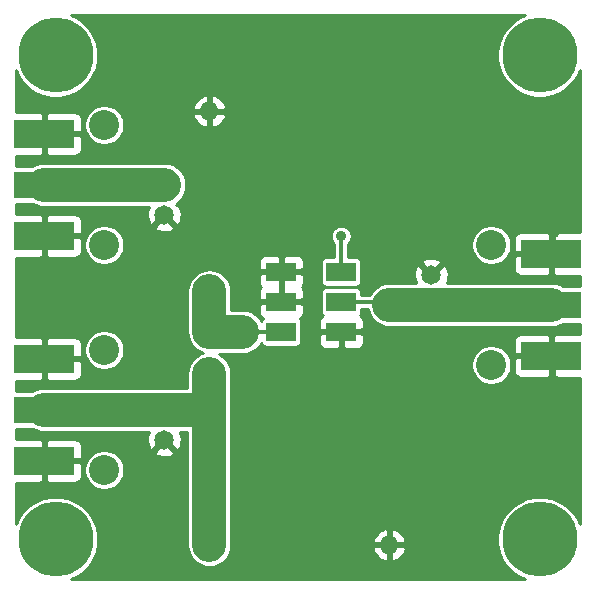
<source format=gtl>
G04 #@! TF.GenerationSoftware,KiCad,Pcbnew,(5.1.5)-3*
G04 #@! TF.CreationDate,2021-08-15T08:32:46-04:00*
G04 #@! TF.ProjectId,ADE1-MIXER,41444531-2d4d-4495-9845-522e6b696361,rev?*
G04 #@! TF.SameCoordinates,Original*
G04 #@! TF.FileFunction,Copper,L1,Top*
G04 #@! TF.FilePolarity,Positive*
%FSLAX46Y46*%
G04 Gerber Fmt 4.6, Leading zero omitted, Abs format (unit mm)*
G04 Created by KiCad (PCBNEW (5.1.5)-3) date 2021-08-15 08:32:46*
%MOMM*%
%LPD*%
G04 APERTURE LIST*
%ADD10O,1.600000X1.600000*%
%ADD11C,1.600000*%
%ADD12R,5.080000X2.413000*%
%ADD13R,5.080000X2.286000*%
%ADD14C,1.574800*%
%ADD15C,1.651000*%
%ADD16C,2.540000*%
%ADD17R,2.540000X1.650000*%
%ADD18C,6.350000*%
%ADD19C,0.889000*%
%ADD20C,1.600200*%
%ADD21C,0.304800*%
%ADD22C,2.870200*%
%ADD23C,0.254000*%
G04 APERTURE END LIST*
D10*
X17018000Y-8760000D03*
D11*
X17018000Y-24000000D03*
D12*
X3048000Y-38354000D03*
X3048000Y-29718000D03*
D13*
X3048000Y-34036000D03*
X3048000Y-14986000D03*
D12*
X3048000Y-10668000D03*
X3048000Y-19304000D03*
D13*
X45974000Y-25146000D03*
D12*
X45974000Y-20828000D03*
X45974000Y-29464000D03*
D14*
X13208000Y-34036000D03*
D15*
X13208000Y-36576000D03*
D16*
X8128000Y-39116000D03*
X8128000Y-28956000D03*
X8128000Y-9906000D03*
X8128000Y-20066000D03*
D15*
X13208000Y-17526000D03*
D14*
X13208000Y-14986000D03*
X35814000Y-25146000D03*
D15*
X35814000Y-22606000D03*
D16*
X40894000Y-20066000D03*
X40894000Y-30226000D03*
D17*
X28194000Y-27432000D03*
X28194000Y-24892000D03*
X28194000Y-22352000D03*
X23114000Y-22352000D03*
X23114000Y-24892000D03*
X23114000Y-27432000D03*
D11*
X17018000Y-45466000D03*
D10*
X32258000Y-45466000D03*
D11*
X17018000Y-27432000D03*
D10*
X17018000Y-42672000D03*
D18*
X4000000Y-4000000D03*
X45000000Y-4000000D03*
X4000000Y-45000000D03*
X45000000Y-45000000D03*
D19*
X20574000Y-24892000D03*
X20574000Y-22352000D03*
X30226000Y-27432000D03*
X3048000Y-27432000D03*
X3048000Y-40386000D03*
X3048000Y-8636000D03*
X3048000Y-21336000D03*
X25146000Y-22352000D03*
X25146000Y-24892000D03*
X26000000Y-27432000D03*
X46228000Y-19050000D03*
X46228000Y-31496000D03*
X28194000Y-19304000D03*
D20*
X17018000Y-30988000D03*
D21*
X23114000Y-24892000D02*
X20574000Y-24892000D01*
X23114000Y-22352000D02*
X20574000Y-22352000D01*
X3048000Y-29718000D02*
X3048000Y-27432000D01*
X3048000Y-38354000D02*
X3048000Y-40386000D01*
X3048000Y-10668000D02*
X3048000Y-8636000D01*
X3048000Y-19304000D02*
X3048000Y-21336000D01*
X23114000Y-22352000D02*
X25146000Y-22352000D01*
X23114000Y-24892000D02*
X25146000Y-24892000D01*
X28194000Y-27432000D02*
X26416000Y-27432000D01*
X46228000Y-21082000D02*
X46228000Y-19050000D01*
X46228000Y-29718000D02*
X46228000Y-31496000D01*
X28194000Y-27432000D02*
X30226000Y-27432000D01*
D22*
X3048000Y-14986000D02*
X13208000Y-14986000D01*
D21*
X28194000Y-21222200D02*
X28194000Y-19304000D01*
X28194000Y-22352000D02*
X28194000Y-21222200D01*
D22*
X3048000Y-34036000D02*
X13208000Y-34036000D01*
X13208000Y-34036000D02*
X16256000Y-34036000D01*
X16256000Y-34036000D02*
X17018000Y-34798000D01*
X17018000Y-42672000D02*
X17018000Y-45466000D01*
X17018000Y-34798000D02*
X17018000Y-42672000D01*
X17018000Y-34798000D02*
X17018000Y-30988000D01*
X35814000Y-25146000D02*
X32258000Y-25146000D01*
D21*
X32004000Y-24892000D02*
X32258000Y-25146000D01*
X28194000Y-24892000D02*
X32004000Y-24892000D01*
D22*
X35814000Y-25146000D02*
X45974000Y-25146000D01*
X17018000Y-27432000D02*
X19812000Y-27432000D01*
D21*
X21539200Y-27432000D02*
X19812000Y-27432000D01*
X23114000Y-27432000D02*
X21539200Y-27432000D01*
D22*
X17018000Y-24000000D02*
X17018000Y-27432000D01*
D23*
G36*
X43291539Y-803695D02*
G01*
X42700799Y-1198415D01*
X42198415Y-1700799D01*
X41803695Y-2291539D01*
X41531807Y-2947935D01*
X41393200Y-3644761D01*
X41393200Y-4355239D01*
X41531807Y-5052065D01*
X41803695Y-5708461D01*
X42198415Y-6299201D01*
X42700799Y-6801585D01*
X43291539Y-7196305D01*
X43947935Y-7468193D01*
X44644761Y-7606800D01*
X45355239Y-7606800D01*
X46052065Y-7468193D01*
X46708461Y-7196305D01*
X47299201Y-6801585D01*
X47801585Y-6299201D01*
X48196305Y-5708461D01*
X48377700Y-5270535D01*
X48377700Y-18983614D01*
X46259750Y-18986500D01*
X46101000Y-19145250D01*
X46101000Y-20701000D01*
X46121000Y-20701000D01*
X46121000Y-20955000D01*
X46101000Y-20955000D01*
X46101000Y-22510750D01*
X46259750Y-22669500D01*
X48377700Y-22672386D01*
X48377700Y-23569111D01*
X46984206Y-23569111D01*
X46691888Y-23412864D01*
X46339976Y-23306113D01*
X46065712Y-23279100D01*
X37111164Y-23279100D01*
X37194931Y-23102772D01*
X37265313Y-22823820D01*
X37279921Y-22536498D01*
X37238194Y-22251846D01*
X37160847Y-22034500D01*
X42795928Y-22034500D01*
X42808188Y-22158982D01*
X42844498Y-22278680D01*
X42903463Y-22388994D01*
X42982815Y-22485685D01*
X43079506Y-22565037D01*
X43189820Y-22624002D01*
X43309518Y-22660312D01*
X43434000Y-22672572D01*
X45688250Y-22669500D01*
X45847000Y-22510750D01*
X45847000Y-20955000D01*
X42957750Y-20955000D01*
X42799000Y-21113750D01*
X42795928Y-22034500D01*
X37160847Y-22034500D01*
X37141737Y-21980804D01*
X37071481Y-21849367D01*
X36824909Y-21774696D01*
X35993605Y-22606000D01*
X36007748Y-22620143D01*
X35828143Y-22799748D01*
X35814000Y-22785605D01*
X35799858Y-22799748D01*
X35620253Y-22620143D01*
X35634395Y-22606000D01*
X34803091Y-21774696D01*
X34556519Y-21849367D01*
X34433069Y-22109228D01*
X34362687Y-22388180D01*
X34348079Y-22675502D01*
X34389806Y-22960154D01*
X34486263Y-23231196D01*
X34511869Y-23279100D01*
X32166288Y-23279100D01*
X31892024Y-23306113D01*
X31540112Y-23412864D01*
X31215787Y-23586219D01*
X30931515Y-23819515D01*
X30698219Y-24103787D01*
X30589172Y-24307800D01*
X29897889Y-24307800D01*
X29897889Y-24067000D01*
X29889552Y-23982352D01*
X29864861Y-23900958D01*
X29824766Y-23825944D01*
X29770806Y-23760194D01*
X29705056Y-23706234D01*
X29630042Y-23666139D01*
X29548648Y-23641448D01*
X29464000Y-23633111D01*
X26924000Y-23633111D01*
X26839352Y-23641448D01*
X26757958Y-23666139D01*
X26682944Y-23706234D01*
X26617194Y-23760194D01*
X26563234Y-23825944D01*
X26523139Y-23900958D01*
X26498448Y-23982352D01*
X26490111Y-24067000D01*
X26490111Y-25717000D01*
X26498448Y-25801648D01*
X26523139Y-25883042D01*
X26563234Y-25958056D01*
X26617194Y-26023806D01*
X26637240Y-26040258D01*
X26569506Y-26076463D01*
X26472815Y-26155815D01*
X26393463Y-26252506D01*
X26334498Y-26362820D01*
X26298188Y-26482518D01*
X26285928Y-26607000D01*
X26289000Y-27146250D01*
X26447750Y-27305000D01*
X28067000Y-27305000D01*
X28067000Y-27285000D01*
X28321000Y-27285000D01*
X28321000Y-27305000D01*
X29940250Y-27305000D01*
X30099000Y-27146250D01*
X30102072Y-26607000D01*
X30089812Y-26482518D01*
X30053502Y-26362820D01*
X29994537Y-26252506D01*
X29915185Y-26155815D01*
X29818494Y-26076463D01*
X29750760Y-26040258D01*
X29770806Y-26023806D01*
X29824766Y-25958056D01*
X29864861Y-25883042D01*
X29889552Y-25801648D01*
X29897889Y-25717000D01*
X29897889Y-25476200D01*
X30414589Y-25476200D01*
X30418113Y-25511976D01*
X30524864Y-25863888D01*
X30698219Y-26188213D01*
X30931515Y-26472485D01*
X31215787Y-26705781D01*
X31540112Y-26879136D01*
X31892024Y-26985887D01*
X32166288Y-27012900D01*
X46065712Y-27012900D01*
X46339976Y-26985887D01*
X46691888Y-26879136D01*
X46984206Y-26722889D01*
X48377701Y-26722889D01*
X48377701Y-27619614D01*
X46259750Y-27622500D01*
X46101000Y-27781250D01*
X46101000Y-29337000D01*
X46121000Y-29337000D01*
X46121000Y-29591000D01*
X46101000Y-29591000D01*
X46101000Y-31146750D01*
X46259750Y-31305500D01*
X48377701Y-31308386D01*
X48377701Y-43729468D01*
X48196305Y-43291539D01*
X47801585Y-42700799D01*
X47299201Y-42198415D01*
X46708461Y-41803695D01*
X46052065Y-41531807D01*
X45355239Y-41393200D01*
X44644761Y-41393200D01*
X43947935Y-41531807D01*
X43291539Y-41803695D01*
X42700799Y-42198415D01*
X42198415Y-42700799D01*
X41803695Y-43291539D01*
X41531807Y-43947935D01*
X41393200Y-44644761D01*
X41393200Y-45355239D01*
X41531807Y-46052065D01*
X41803695Y-46708461D01*
X42198415Y-47299201D01*
X42700799Y-47801585D01*
X43291539Y-48196305D01*
X43729465Y-48377700D01*
X5270535Y-48377700D01*
X5708461Y-48196305D01*
X6299201Y-47801585D01*
X6801585Y-47299201D01*
X7196305Y-46708461D01*
X7468193Y-46052065D01*
X7606800Y-45355239D01*
X7606800Y-44644761D01*
X7468193Y-43947935D01*
X7196305Y-43291539D01*
X6801585Y-42700799D01*
X6299201Y-42198415D01*
X5708461Y-41803695D01*
X5052065Y-41531807D01*
X4355239Y-41393200D01*
X3644761Y-41393200D01*
X2947935Y-41531807D01*
X2291539Y-41803695D01*
X1700799Y-42198415D01*
X1198415Y-42700799D01*
X803695Y-43291539D01*
X622300Y-43729465D01*
X622300Y-40198416D01*
X2762250Y-40195500D01*
X2921000Y-40036750D01*
X2921000Y-38481000D01*
X3175000Y-38481000D01*
X3175000Y-40036750D01*
X3333750Y-40195500D01*
X5588000Y-40198572D01*
X5712482Y-40186312D01*
X5832180Y-40150002D01*
X5942494Y-40091037D01*
X6039185Y-40011685D01*
X6118537Y-39914994D01*
X6177502Y-39804680D01*
X6213812Y-39684982D01*
X6226072Y-39560500D01*
X6224030Y-38948387D01*
X6426200Y-38948387D01*
X6426200Y-39283613D01*
X6491599Y-39612397D01*
X6619885Y-39922104D01*
X6806126Y-40200834D01*
X7043166Y-40437874D01*
X7321896Y-40624115D01*
X7631603Y-40752401D01*
X7960387Y-40817800D01*
X8295613Y-40817800D01*
X8624397Y-40752401D01*
X8934104Y-40624115D01*
X9212834Y-40437874D01*
X9449874Y-40200834D01*
X9636115Y-39922104D01*
X9764401Y-39612397D01*
X9829800Y-39283613D01*
X9829800Y-38948387D01*
X9764401Y-38619603D01*
X9636115Y-38309896D01*
X9449874Y-38031166D01*
X9212834Y-37794126D01*
X8934104Y-37607885D01*
X8883464Y-37586909D01*
X12376696Y-37586909D01*
X12451367Y-37833481D01*
X12711228Y-37956931D01*
X12990180Y-38027313D01*
X13277502Y-38041921D01*
X13562154Y-38000194D01*
X13833196Y-37903737D01*
X13964633Y-37833481D01*
X14039304Y-37586909D01*
X13208000Y-36755605D01*
X12376696Y-37586909D01*
X8883464Y-37586909D01*
X8624397Y-37479599D01*
X8295613Y-37414200D01*
X7960387Y-37414200D01*
X7631603Y-37479599D01*
X7321896Y-37607885D01*
X7043166Y-37794126D01*
X6806126Y-38031166D01*
X6619885Y-38309896D01*
X6491599Y-38619603D01*
X6426200Y-38948387D01*
X6224030Y-38948387D01*
X6223000Y-38639750D01*
X6064250Y-38481000D01*
X3175000Y-38481000D01*
X2921000Y-38481000D01*
X2901000Y-38481000D01*
X2901000Y-38227000D01*
X2921000Y-38227000D01*
X2921000Y-36671250D01*
X3175000Y-36671250D01*
X3175000Y-38227000D01*
X6064250Y-38227000D01*
X6223000Y-38068250D01*
X6226072Y-37147500D01*
X6213812Y-37023018D01*
X6177502Y-36903320D01*
X6118537Y-36793006D01*
X6039185Y-36696315D01*
X5942494Y-36616963D01*
X5832180Y-36557998D01*
X5712482Y-36521688D01*
X5588000Y-36509428D01*
X3333750Y-36512500D01*
X3175000Y-36671250D01*
X2921000Y-36671250D01*
X2762250Y-36512500D01*
X622300Y-36509584D01*
X622300Y-35612889D01*
X2037794Y-35612889D01*
X2330112Y-35769136D01*
X2682024Y-35875887D01*
X2956288Y-35902900D01*
X11910836Y-35902900D01*
X11827069Y-36079228D01*
X11756687Y-36358180D01*
X11742079Y-36645502D01*
X11783806Y-36930154D01*
X11880263Y-37201196D01*
X11950519Y-37332633D01*
X12197091Y-37407304D01*
X13028395Y-36576000D01*
X13014253Y-36561858D01*
X13193858Y-36382253D01*
X13208000Y-36396395D01*
X13222143Y-36382253D01*
X13401748Y-36561858D01*
X13387605Y-36576000D01*
X14218909Y-37407304D01*
X14465481Y-37332633D01*
X14588931Y-37072772D01*
X14659313Y-36793820D01*
X14673921Y-36506498D01*
X14632194Y-36221846D01*
X14535737Y-35950804D01*
X14510131Y-35902900D01*
X15151100Y-35902900D01*
X15151101Y-42580279D01*
X15151100Y-42580289D01*
X15151101Y-45557712D01*
X15178114Y-45831976D01*
X15284865Y-46183888D01*
X15458220Y-46508213D01*
X15691516Y-46792485D01*
X15975788Y-47025781D01*
X16300113Y-47199136D01*
X16652025Y-47305887D01*
X17018000Y-47341933D01*
X17383976Y-47305887D01*
X17735888Y-47199136D01*
X18060213Y-47025781D01*
X18344485Y-46792485D01*
X18577781Y-46508213D01*
X18751136Y-46183888D01*
X18857887Y-45831976D01*
X18859555Y-45815039D01*
X30866096Y-45815039D01*
X30906754Y-45949087D01*
X31026963Y-46203420D01*
X31194481Y-46429414D01*
X31402869Y-46618385D01*
X31644119Y-46763070D01*
X31908960Y-46857909D01*
X32131000Y-46736624D01*
X32131000Y-45593000D01*
X32385000Y-45593000D01*
X32385000Y-46736624D01*
X32607040Y-46857909D01*
X32871881Y-46763070D01*
X33113131Y-46618385D01*
X33321519Y-46429414D01*
X33489037Y-46203420D01*
X33609246Y-45949087D01*
X33649904Y-45815039D01*
X33527915Y-45593000D01*
X32385000Y-45593000D01*
X32131000Y-45593000D01*
X30988085Y-45593000D01*
X30866096Y-45815039D01*
X18859555Y-45815039D01*
X18884900Y-45557712D01*
X18884900Y-45116961D01*
X30866096Y-45116961D01*
X30988085Y-45339000D01*
X32131000Y-45339000D01*
X32131000Y-44195376D01*
X32385000Y-44195376D01*
X32385000Y-45339000D01*
X33527915Y-45339000D01*
X33649904Y-45116961D01*
X33609246Y-44982913D01*
X33489037Y-44728580D01*
X33321519Y-44502586D01*
X33113131Y-44313615D01*
X32871881Y-44168930D01*
X32607040Y-44074091D01*
X32385000Y-44195376D01*
X32131000Y-44195376D01*
X31908960Y-44074091D01*
X31644119Y-44168930D01*
X31402869Y-44313615D01*
X31194481Y-44502586D01*
X31026963Y-44728580D01*
X30906754Y-44982913D01*
X30866096Y-45116961D01*
X18884900Y-45116961D01*
X18884900Y-34889711D01*
X18893933Y-34798000D01*
X18884900Y-34706288D01*
X18884900Y-30896288D01*
X18857887Y-30622024D01*
X18751136Y-30270112D01*
X18637967Y-30058387D01*
X39192200Y-30058387D01*
X39192200Y-30393613D01*
X39257599Y-30722397D01*
X39385885Y-31032104D01*
X39572126Y-31310834D01*
X39809166Y-31547874D01*
X40087896Y-31734115D01*
X40397603Y-31862401D01*
X40726387Y-31927800D01*
X41061613Y-31927800D01*
X41390397Y-31862401D01*
X41700104Y-31734115D01*
X41978834Y-31547874D01*
X42215874Y-31310834D01*
X42402115Y-31032104D01*
X42530401Y-30722397D01*
X42540723Y-30670500D01*
X42795928Y-30670500D01*
X42808188Y-30794982D01*
X42844498Y-30914680D01*
X42903463Y-31024994D01*
X42982815Y-31121685D01*
X43079506Y-31201037D01*
X43189820Y-31260002D01*
X43309518Y-31296312D01*
X43434000Y-31308572D01*
X45688250Y-31305500D01*
X45847000Y-31146750D01*
X45847000Y-29591000D01*
X42957750Y-29591000D01*
X42799000Y-29749750D01*
X42795928Y-30670500D01*
X42540723Y-30670500D01*
X42595800Y-30393613D01*
X42595800Y-30058387D01*
X42530401Y-29729603D01*
X42402115Y-29419896D01*
X42215874Y-29141166D01*
X41978834Y-28904126D01*
X41700104Y-28717885D01*
X41390397Y-28589599D01*
X41061613Y-28524200D01*
X40726387Y-28524200D01*
X40397603Y-28589599D01*
X40087896Y-28717885D01*
X39809166Y-28904126D01*
X39572126Y-29141166D01*
X39385885Y-29419896D01*
X39257599Y-29729603D01*
X39192200Y-30058387D01*
X18637967Y-30058387D01*
X18577781Y-29945787D01*
X18344485Y-29661515D01*
X18060213Y-29428219D01*
X17818274Y-29298900D01*
X19903712Y-29298900D01*
X20177976Y-29271887D01*
X20529888Y-29165136D01*
X20854213Y-28991781D01*
X21138485Y-28758485D01*
X21371781Y-28474213D01*
X21427206Y-28370520D01*
X21443139Y-28423042D01*
X21483234Y-28498056D01*
X21537194Y-28563806D01*
X21602944Y-28617766D01*
X21677958Y-28657861D01*
X21759352Y-28682552D01*
X21844000Y-28690889D01*
X24384000Y-28690889D01*
X24468648Y-28682552D01*
X24550042Y-28657861D01*
X24625056Y-28617766D01*
X24690806Y-28563806D01*
X24744766Y-28498056D01*
X24784861Y-28423042D01*
X24809552Y-28341648D01*
X24817889Y-28257000D01*
X26285928Y-28257000D01*
X26298188Y-28381482D01*
X26334498Y-28501180D01*
X26393463Y-28611494D01*
X26472815Y-28708185D01*
X26569506Y-28787537D01*
X26679820Y-28846502D01*
X26799518Y-28882812D01*
X26924000Y-28895072D01*
X27908250Y-28892000D01*
X28067000Y-28733250D01*
X28067000Y-27559000D01*
X28321000Y-27559000D01*
X28321000Y-28733250D01*
X28479750Y-28892000D01*
X29464000Y-28895072D01*
X29588482Y-28882812D01*
X29708180Y-28846502D01*
X29818494Y-28787537D01*
X29915185Y-28708185D01*
X29994537Y-28611494D01*
X30053502Y-28501180D01*
X30089812Y-28381482D01*
X30102022Y-28257500D01*
X42795928Y-28257500D01*
X42799000Y-29178250D01*
X42957750Y-29337000D01*
X45847000Y-29337000D01*
X45847000Y-27781250D01*
X45688250Y-27622500D01*
X43434000Y-27619428D01*
X43309518Y-27631688D01*
X43189820Y-27667998D01*
X43079506Y-27726963D01*
X42982815Y-27806315D01*
X42903463Y-27903006D01*
X42844498Y-28013320D01*
X42808188Y-28133018D01*
X42795928Y-28257500D01*
X30102022Y-28257500D01*
X30102072Y-28257000D01*
X30099000Y-27717750D01*
X29940250Y-27559000D01*
X28321000Y-27559000D01*
X28067000Y-27559000D01*
X26447750Y-27559000D01*
X26289000Y-27717750D01*
X26285928Y-28257000D01*
X24817889Y-28257000D01*
X24817889Y-26607000D01*
X24809552Y-26522352D01*
X24784861Y-26440958D01*
X24744766Y-26365944D01*
X24690806Y-26300194D01*
X24670760Y-26283742D01*
X24738494Y-26247537D01*
X24835185Y-26168185D01*
X24914537Y-26071494D01*
X24973502Y-25961180D01*
X25009812Y-25841482D01*
X25022072Y-25717000D01*
X25019000Y-25177750D01*
X24860250Y-25019000D01*
X23241000Y-25019000D01*
X23241000Y-25039000D01*
X22987000Y-25039000D01*
X22987000Y-25019000D01*
X21367750Y-25019000D01*
X21209000Y-25177750D01*
X21205928Y-25717000D01*
X21218188Y-25841482D01*
X21254498Y-25961180D01*
X21313463Y-26071494D01*
X21392815Y-26168185D01*
X21489506Y-26247537D01*
X21557240Y-26283742D01*
X21537194Y-26300194D01*
X21483234Y-26365944D01*
X21443139Y-26440958D01*
X21427206Y-26493480D01*
X21371781Y-26389787D01*
X21138485Y-26105515D01*
X20854213Y-25872219D01*
X20529888Y-25698864D01*
X20177976Y-25592113D01*
X19903712Y-25565100D01*
X18884900Y-25565100D01*
X18884900Y-23908288D01*
X18857887Y-23634024D01*
X18751136Y-23282112D01*
X18694953Y-23177000D01*
X21205928Y-23177000D01*
X21218188Y-23301482D01*
X21254498Y-23421180D01*
X21313463Y-23531494D01*
X21387739Y-23622000D01*
X21313463Y-23712506D01*
X21254498Y-23822820D01*
X21218188Y-23942518D01*
X21205928Y-24067000D01*
X21209000Y-24606250D01*
X21367750Y-24765000D01*
X22987000Y-24765000D01*
X22987000Y-22479000D01*
X23241000Y-22479000D01*
X23241000Y-24765000D01*
X24860250Y-24765000D01*
X25019000Y-24606250D01*
X25022072Y-24067000D01*
X25009812Y-23942518D01*
X24973502Y-23822820D01*
X24914537Y-23712506D01*
X24840261Y-23622000D01*
X24914537Y-23531494D01*
X24973502Y-23421180D01*
X25009812Y-23301482D01*
X25022072Y-23177000D01*
X25019000Y-22637750D01*
X24860250Y-22479000D01*
X23241000Y-22479000D01*
X22987000Y-22479000D01*
X21367750Y-22479000D01*
X21209000Y-22637750D01*
X21205928Y-23177000D01*
X18694953Y-23177000D01*
X18577781Y-22957787D01*
X18344485Y-22673515D01*
X18060212Y-22440219D01*
X17735887Y-22266864D01*
X17383975Y-22160113D01*
X17018000Y-22124067D01*
X16652024Y-22160113D01*
X16300112Y-22266864D01*
X15975787Y-22440219D01*
X15691515Y-22673515D01*
X15458219Y-22957788D01*
X15284864Y-23282113D01*
X15178113Y-23634025D01*
X15151100Y-23908289D01*
X15151101Y-27340278D01*
X15142067Y-27432000D01*
X15178113Y-27797976D01*
X15284864Y-28149888D01*
X15458219Y-28474213D01*
X15691515Y-28758485D01*
X15975787Y-28991781D01*
X16300112Y-29165136D01*
X16448010Y-29210000D01*
X16300113Y-29254864D01*
X15975788Y-29428219D01*
X15691516Y-29661515D01*
X15458220Y-29945787D01*
X15284865Y-30270112D01*
X15178114Y-30622024D01*
X15151101Y-30896288D01*
X15151101Y-32169100D01*
X2956288Y-32169100D01*
X2682024Y-32196113D01*
X2330112Y-32302864D01*
X2037794Y-32459111D01*
X622300Y-32459111D01*
X622300Y-31562416D01*
X2762250Y-31559500D01*
X2921000Y-31400750D01*
X2921000Y-29845000D01*
X3175000Y-29845000D01*
X3175000Y-31400750D01*
X3333750Y-31559500D01*
X5588000Y-31562572D01*
X5712482Y-31550312D01*
X5832180Y-31514002D01*
X5942494Y-31455037D01*
X6039185Y-31375685D01*
X6118537Y-31278994D01*
X6177502Y-31168680D01*
X6213812Y-31048982D01*
X6226072Y-30924500D01*
X6223000Y-30003750D01*
X6064250Y-29845000D01*
X3175000Y-29845000D01*
X2921000Y-29845000D01*
X2901000Y-29845000D01*
X2901000Y-29591000D01*
X2921000Y-29591000D01*
X2921000Y-28035250D01*
X3175000Y-28035250D01*
X3175000Y-29591000D01*
X6064250Y-29591000D01*
X6223000Y-29432250D01*
X6225148Y-28788387D01*
X6426200Y-28788387D01*
X6426200Y-29123613D01*
X6491599Y-29452397D01*
X6619885Y-29762104D01*
X6806126Y-30040834D01*
X7043166Y-30277874D01*
X7321896Y-30464115D01*
X7631603Y-30592401D01*
X7960387Y-30657800D01*
X8295613Y-30657800D01*
X8624397Y-30592401D01*
X8934104Y-30464115D01*
X9212834Y-30277874D01*
X9449874Y-30040834D01*
X9636115Y-29762104D01*
X9764401Y-29452397D01*
X9829800Y-29123613D01*
X9829800Y-28788387D01*
X9764401Y-28459603D01*
X9636115Y-28149896D01*
X9449874Y-27871166D01*
X9212834Y-27634126D01*
X8934104Y-27447885D01*
X8624397Y-27319599D01*
X8295613Y-27254200D01*
X7960387Y-27254200D01*
X7631603Y-27319599D01*
X7321896Y-27447885D01*
X7043166Y-27634126D01*
X6806126Y-27871166D01*
X6619885Y-28149896D01*
X6491599Y-28459603D01*
X6426200Y-28788387D01*
X6225148Y-28788387D01*
X6226072Y-28511500D01*
X6213812Y-28387018D01*
X6177502Y-28267320D01*
X6118537Y-28157006D01*
X6039185Y-28060315D01*
X5942494Y-27980963D01*
X5832180Y-27921998D01*
X5712482Y-27885688D01*
X5588000Y-27873428D01*
X3333750Y-27876500D01*
X3175000Y-28035250D01*
X2921000Y-28035250D01*
X2762250Y-27876500D01*
X622300Y-27873584D01*
X622300Y-21148416D01*
X2762250Y-21145500D01*
X2921000Y-20986750D01*
X2921000Y-19431000D01*
X3175000Y-19431000D01*
X3175000Y-20986750D01*
X3333750Y-21145500D01*
X5588000Y-21148572D01*
X5712482Y-21136312D01*
X5832180Y-21100002D01*
X5942494Y-21041037D01*
X6039185Y-20961685D01*
X6118537Y-20864994D01*
X6177502Y-20754680D01*
X6213812Y-20634982D01*
X6226072Y-20510500D01*
X6224030Y-19898387D01*
X6426200Y-19898387D01*
X6426200Y-20233613D01*
X6491599Y-20562397D01*
X6619885Y-20872104D01*
X6806126Y-21150834D01*
X7043166Y-21387874D01*
X7321896Y-21574115D01*
X7631603Y-21702401D01*
X7960387Y-21767800D01*
X8295613Y-21767800D01*
X8624397Y-21702401D01*
X8934104Y-21574115D01*
X9004616Y-21527000D01*
X21205928Y-21527000D01*
X21209000Y-22066250D01*
X21367750Y-22225000D01*
X22987000Y-22225000D01*
X22987000Y-21050750D01*
X23241000Y-21050750D01*
X23241000Y-22225000D01*
X24860250Y-22225000D01*
X25019000Y-22066250D01*
X25022072Y-21527000D01*
X26490111Y-21527000D01*
X26490111Y-23177000D01*
X26498448Y-23261648D01*
X26523139Y-23343042D01*
X26563234Y-23418056D01*
X26617194Y-23483806D01*
X26682944Y-23537766D01*
X26757958Y-23577861D01*
X26839352Y-23602552D01*
X26924000Y-23610889D01*
X29464000Y-23610889D01*
X29548648Y-23602552D01*
X29630042Y-23577861D01*
X29705056Y-23537766D01*
X29770806Y-23483806D01*
X29824766Y-23418056D01*
X29864861Y-23343042D01*
X29889552Y-23261648D01*
X29897889Y-23177000D01*
X29897889Y-21595091D01*
X34982696Y-21595091D01*
X35814000Y-22426395D01*
X36645304Y-21595091D01*
X36570633Y-21348519D01*
X36310772Y-21225069D01*
X36031820Y-21154687D01*
X35744498Y-21140079D01*
X35459846Y-21181806D01*
X35188804Y-21278263D01*
X35057367Y-21348519D01*
X34982696Y-21595091D01*
X29897889Y-21595091D01*
X29897889Y-21527000D01*
X29889552Y-21442352D01*
X29864861Y-21360958D01*
X29824766Y-21285944D01*
X29770806Y-21220194D01*
X29705056Y-21166234D01*
X29630042Y-21126139D01*
X29548648Y-21101448D01*
X29464000Y-21093111D01*
X28778200Y-21093111D01*
X28778200Y-19959076D01*
X28838889Y-19898387D01*
X39192200Y-19898387D01*
X39192200Y-20233613D01*
X39257599Y-20562397D01*
X39385885Y-20872104D01*
X39572126Y-21150834D01*
X39809166Y-21387874D01*
X40087896Y-21574115D01*
X40397603Y-21702401D01*
X40726387Y-21767800D01*
X41061613Y-21767800D01*
X41390397Y-21702401D01*
X41700104Y-21574115D01*
X41978834Y-21387874D01*
X42215874Y-21150834D01*
X42402115Y-20872104D01*
X42530401Y-20562397D01*
X42595800Y-20233613D01*
X42595800Y-19898387D01*
X42540724Y-19621500D01*
X42795928Y-19621500D01*
X42799000Y-20542250D01*
X42957750Y-20701000D01*
X45847000Y-20701000D01*
X45847000Y-19145250D01*
X45688250Y-18986500D01*
X43434000Y-18983428D01*
X43309518Y-18995688D01*
X43189820Y-19031998D01*
X43079506Y-19090963D01*
X42982815Y-19170315D01*
X42903463Y-19267006D01*
X42844498Y-19377320D01*
X42808188Y-19497018D01*
X42795928Y-19621500D01*
X42540724Y-19621500D01*
X42530401Y-19569603D01*
X42402115Y-19259896D01*
X42215874Y-18981166D01*
X41978834Y-18744126D01*
X41700104Y-18557885D01*
X41390397Y-18429599D01*
X41061613Y-18364200D01*
X40726387Y-18364200D01*
X40397603Y-18429599D01*
X40087896Y-18557885D01*
X39809166Y-18744126D01*
X39572126Y-18981166D01*
X39385885Y-19259896D01*
X39257599Y-19569603D01*
X39192200Y-19898387D01*
X28838889Y-19898387D01*
X28874667Y-19862609D01*
X28970567Y-19719084D01*
X29036624Y-19559607D01*
X29070300Y-19390308D01*
X29070300Y-19217692D01*
X29036624Y-19048393D01*
X28970567Y-18888916D01*
X28874667Y-18745391D01*
X28752609Y-18623333D01*
X28609084Y-18527433D01*
X28449607Y-18461376D01*
X28280308Y-18427700D01*
X28107692Y-18427700D01*
X27938393Y-18461376D01*
X27778916Y-18527433D01*
X27635391Y-18623333D01*
X27513333Y-18745391D01*
X27417433Y-18888916D01*
X27351376Y-19048393D01*
X27317700Y-19217692D01*
X27317700Y-19390308D01*
X27351376Y-19559607D01*
X27417433Y-19719084D01*
X27513333Y-19862609D01*
X27609801Y-19959077D01*
X27609800Y-21093111D01*
X26924000Y-21093111D01*
X26839352Y-21101448D01*
X26757958Y-21126139D01*
X26682944Y-21166234D01*
X26617194Y-21220194D01*
X26563234Y-21285944D01*
X26523139Y-21360958D01*
X26498448Y-21442352D01*
X26490111Y-21527000D01*
X25022072Y-21527000D01*
X25009812Y-21402518D01*
X24973502Y-21282820D01*
X24914537Y-21172506D01*
X24835185Y-21075815D01*
X24738494Y-20996463D01*
X24628180Y-20937498D01*
X24508482Y-20901188D01*
X24384000Y-20888928D01*
X23399750Y-20892000D01*
X23241000Y-21050750D01*
X22987000Y-21050750D01*
X22828250Y-20892000D01*
X21844000Y-20888928D01*
X21719518Y-20901188D01*
X21599820Y-20937498D01*
X21489506Y-20996463D01*
X21392815Y-21075815D01*
X21313463Y-21172506D01*
X21254498Y-21282820D01*
X21218188Y-21402518D01*
X21205928Y-21527000D01*
X9004616Y-21527000D01*
X9212834Y-21387874D01*
X9449874Y-21150834D01*
X9636115Y-20872104D01*
X9764401Y-20562397D01*
X9829800Y-20233613D01*
X9829800Y-19898387D01*
X9764401Y-19569603D01*
X9636115Y-19259896D01*
X9449874Y-18981166D01*
X9212834Y-18744126D01*
X8934104Y-18557885D01*
X8883464Y-18536909D01*
X12376696Y-18536909D01*
X12451367Y-18783481D01*
X12711228Y-18906931D01*
X12990180Y-18977313D01*
X13277502Y-18991921D01*
X13562154Y-18950194D01*
X13833196Y-18853737D01*
X13964633Y-18783481D01*
X14039304Y-18536909D01*
X13208000Y-17705605D01*
X12376696Y-18536909D01*
X8883464Y-18536909D01*
X8624397Y-18429599D01*
X8295613Y-18364200D01*
X7960387Y-18364200D01*
X7631603Y-18429599D01*
X7321896Y-18557885D01*
X7043166Y-18744126D01*
X6806126Y-18981166D01*
X6619885Y-19259896D01*
X6491599Y-19569603D01*
X6426200Y-19898387D01*
X6224030Y-19898387D01*
X6223000Y-19589750D01*
X6064250Y-19431000D01*
X3175000Y-19431000D01*
X2921000Y-19431000D01*
X2901000Y-19431000D01*
X2901000Y-19177000D01*
X2921000Y-19177000D01*
X2921000Y-17621250D01*
X3175000Y-17621250D01*
X3175000Y-19177000D01*
X6064250Y-19177000D01*
X6223000Y-19018250D01*
X6226072Y-18097500D01*
X6213812Y-17973018D01*
X6177502Y-17853320D01*
X6118537Y-17743006D01*
X6039185Y-17646315D01*
X5942494Y-17566963D01*
X5832180Y-17507998D01*
X5712482Y-17471688D01*
X5588000Y-17459428D01*
X3333750Y-17462500D01*
X3175000Y-17621250D01*
X2921000Y-17621250D01*
X2762250Y-17462500D01*
X622300Y-17459584D01*
X622300Y-16562889D01*
X2037794Y-16562889D01*
X2330112Y-16719136D01*
X2682024Y-16825887D01*
X2956288Y-16852900D01*
X11910836Y-16852900D01*
X11827069Y-17029228D01*
X11756687Y-17308180D01*
X11742079Y-17595502D01*
X11783806Y-17880154D01*
X11880263Y-18151196D01*
X11950519Y-18282633D01*
X12197091Y-18357304D01*
X13028395Y-17526000D01*
X13014253Y-17511858D01*
X13193858Y-17332253D01*
X13208000Y-17346395D01*
X13222143Y-17332253D01*
X13401748Y-17511858D01*
X13387605Y-17526000D01*
X14218909Y-18357304D01*
X14465481Y-18282633D01*
X14588931Y-18022772D01*
X14659313Y-17743820D01*
X14673921Y-17456498D01*
X14632194Y-17171846D01*
X14535737Y-16900804D01*
X14465481Y-16769367D01*
X14218911Y-16694697D01*
X14335096Y-16578512D01*
X14278857Y-16522273D01*
X14534485Y-16312485D01*
X14767781Y-16028213D01*
X14941136Y-15703888D01*
X15047887Y-15351976D01*
X15083933Y-14986000D01*
X15047887Y-14620024D01*
X14941136Y-14268112D01*
X14767781Y-13943787D01*
X14534485Y-13659515D01*
X14250213Y-13426219D01*
X13925888Y-13252864D01*
X13573976Y-13146113D01*
X13299712Y-13119100D01*
X2956288Y-13119100D01*
X2682024Y-13146113D01*
X2330112Y-13252864D01*
X2037794Y-13409111D01*
X622300Y-13409111D01*
X622300Y-12512416D01*
X2762250Y-12509500D01*
X2921000Y-12350750D01*
X2921000Y-10795000D01*
X3175000Y-10795000D01*
X3175000Y-12350750D01*
X3333750Y-12509500D01*
X5588000Y-12512572D01*
X5712482Y-12500312D01*
X5832180Y-12464002D01*
X5942494Y-12405037D01*
X6039185Y-12325685D01*
X6118537Y-12228994D01*
X6177502Y-12118680D01*
X6213812Y-11998982D01*
X6226072Y-11874500D01*
X6223000Y-10953750D01*
X6064250Y-10795000D01*
X3175000Y-10795000D01*
X2921000Y-10795000D01*
X2901000Y-10795000D01*
X2901000Y-10541000D01*
X2921000Y-10541000D01*
X2921000Y-8985250D01*
X3175000Y-8985250D01*
X3175000Y-10541000D01*
X6064250Y-10541000D01*
X6223000Y-10382250D01*
X6225148Y-9738387D01*
X6426200Y-9738387D01*
X6426200Y-10073613D01*
X6491599Y-10402397D01*
X6619885Y-10712104D01*
X6806126Y-10990834D01*
X7043166Y-11227874D01*
X7321896Y-11414115D01*
X7631603Y-11542401D01*
X7960387Y-11607800D01*
X8295613Y-11607800D01*
X8624397Y-11542401D01*
X8934104Y-11414115D01*
X9212834Y-11227874D01*
X9449874Y-10990834D01*
X9636115Y-10712104D01*
X9764401Y-10402397D01*
X9829800Y-10073613D01*
X9829800Y-9738387D01*
X9764401Y-9409603D01*
X9639903Y-9109040D01*
X15626091Y-9109040D01*
X15720930Y-9373881D01*
X15865615Y-9615131D01*
X16054586Y-9823519D01*
X16280580Y-9991037D01*
X16534913Y-10111246D01*
X16668961Y-10151904D01*
X16891000Y-10029915D01*
X16891000Y-8887000D01*
X17145000Y-8887000D01*
X17145000Y-10029915D01*
X17367039Y-10151904D01*
X17501087Y-10111246D01*
X17755420Y-9991037D01*
X17981414Y-9823519D01*
X18170385Y-9615131D01*
X18315070Y-9373881D01*
X18409909Y-9109040D01*
X18288624Y-8887000D01*
X17145000Y-8887000D01*
X16891000Y-8887000D01*
X15747376Y-8887000D01*
X15626091Y-9109040D01*
X9639903Y-9109040D01*
X9636115Y-9099896D01*
X9449874Y-8821166D01*
X9212834Y-8584126D01*
X8953673Y-8410960D01*
X15626091Y-8410960D01*
X15747376Y-8633000D01*
X16891000Y-8633000D01*
X16891000Y-7490085D01*
X17145000Y-7490085D01*
X17145000Y-8633000D01*
X18288624Y-8633000D01*
X18409909Y-8410960D01*
X18315070Y-8146119D01*
X18170385Y-7904869D01*
X17981414Y-7696481D01*
X17755420Y-7528963D01*
X17501087Y-7408754D01*
X17367039Y-7368096D01*
X17145000Y-7490085D01*
X16891000Y-7490085D01*
X16668961Y-7368096D01*
X16534913Y-7408754D01*
X16280580Y-7528963D01*
X16054586Y-7696481D01*
X15865615Y-7904869D01*
X15720930Y-8146119D01*
X15626091Y-8410960D01*
X8953673Y-8410960D01*
X8934104Y-8397885D01*
X8624397Y-8269599D01*
X8295613Y-8204200D01*
X7960387Y-8204200D01*
X7631603Y-8269599D01*
X7321896Y-8397885D01*
X7043166Y-8584126D01*
X6806126Y-8821166D01*
X6619885Y-9099896D01*
X6491599Y-9409603D01*
X6426200Y-9738387D01*
X6225148Y-9738387D01*
X6226072Y-9461500D01*
X6213812Y-9337018D01*
X6177502Y-9217320D01*
X6118537Y-9107006D01*
X6039185Y-9010315D01*
X5942494Y-8930963D01*
X5832180Y-8871998D01*
X5712482Y-8835688D01*
X5588000Y-8823428D01*
X3333750Y-8826500D01*
X3175000Y-8985250D01*
X2921000Y-8985250D01*
X2762250Y-8826500D01*
X622300Y-8823584D01*
X622300Y-5270535D01*
X803695Y-5708461D01*
X1198415Y-6299201D01*
X1700799Y-6801585D01*
X2291539Y-7196305D01*
X2947935Y-7468193D01*
X3644761Y-7606800D01*
X4355239Y-7606800D01*
X5052065Y-7468193D01*
X5708461Y-7196305D01*
X6299201Y-6801585D01*
X6801585Y-6299201D01*
X7196305Y-5708461D01*
X7468193Y-5052065D01*
X7606800Y-4355239D01*
X7606800Y-3644761D01*
X7468193Y-2947935D01*
X7196305Y-2291539D01*
X6801585Y-1700799D01*
X6299201Y-1198415D01*
X5708461Y-803695D01*
X5270535Y-622300D01*
X43729465Y-622300D01*
X43291539Y-803695D01*
G37*
X43291539Y-803695D02*
X42700799Y-1198415D01*
X42198415Y-1700799D01*
X41803695Y-2291539D01*
X41531807Y-2947935D01*
X41393200Y-3644761D01*
X41393200Y-4355239D01*
X41531807Y-5052065D01*
X41803695Y-5708461D01*
X42198415Y-6299201D01*
X42700799Y-6801585D01*
X43291539Y-7196305D01*
X43947935Y-7468193D01*
X44644761Y-7606800D01*
X45355239Y-7606800D01*
X46052065Y-7468193D01*
X46708461Y-7196305D01*
X47299201Y-6801585D01*
X47801585Y-6299201D01*
X48196305Y-5708461D01*
X48377700Y-5270535D01*
X48377700Y-18983614D01*
X46259750Y-18986500D01*
X46101000Y-19145250D01*
X46101000Y-20701000D01*
X46121000Y-20701000D01*
X46121000Y-20955000D01*
X46101000Y-20955000D01*
X46101000Y-22510750D01*
X46259750Y-22669500D01*
X48377700Y-22672386D01*
X48377700Y-23569111D01*
X46984206Y-23569111D01*
X46691888Y-23412864D01*
X46339976Y-23306113D01*
X46065712Y-23279100D01*
X37111164Y-23279100D01*
X37194931Y-23102772D01*
X37265313Y-22823820D01*
X37279921Y-22536498D01*
X37238194Y-22251846D01*
X37160847Y-22034500D01*
X42795928Y-22034500D01*
X42808188Y-22158982D01*
X42844498Y-22278680D01*
X42903463Y-22388994D01*
X42982815Y-22485685D01*
X43079506Y-22565037D01*
X43189820Y-22624002D01*
X43309518Y-22660312D01*
X43434000Y-22672572D01*
X45688250Y-22669500D01*
X45847000Y-22510750D01*
X45847000Y-20955000D01*
X42957750Y-20955000D01*
X42799000Y-21113750D01*
X42795928Y-22034500D01*
X37160847Y-22034500D01*
X37141737Y-21980804D01*
X37071481Y-21849367D01*
X36824909Y-21774696D01*
X35993605Y-22606000D01*
X36007748Y-22620143D01*
X35828143Y-22799748D01*
X35814000Y-22785605D01*
X35799858Y-22799748D01*
X35620253Y-22620143D01*
X35634395Y-22606000D01*
X34803091Y-21774696D01*
X34556519Y-21849367D01*
X34433069Y-22109228D01*
X34362687Y-22388180D01*
X34348079Y-22675502D01*
X34389806Y-22960154D01*
X34486263Y-23231196D01*
X34511869Y-23279100D01*
X32166288Y-23279100D01*
X31892024Y-23306113D01*
X31540112Y-23412864D01*
X31215787Y-23586219D01*
X30931515Y-23819515D01*
X30698219Y-24103787D01*
X30589172Y-24307800D01*
X29897889Y-24307800D01*
X29897889Y-24067000D01*
X29889552Y-23982352D01*
X29864861Y-23900958D01*
X29824766Y-23825944D01*
X29770806Y-23760194D01*
X29705056Y-23706234D01*
X29630042Y-23666139D01*
X29548648Y-23641448D01*
X29464000Y-23633111D01*
X26924000Y-23633111D01*
X26839352Y-23641448D01*
X26757958Y-23666139D01*
X26682944Y-23706234D01*
X26617194Y-23760194D01*
X26563234Y-23825944D01*
X26523139Y-23900958D01*
X26498448Y-23982352D01*
X26490111Y-24067000D01*
X26490111Y-25717000D01*
X26498448Y-25801648D01*
X26523139Y-25883042D01*
X26563234Y-25958056D01*
X26617194Y-26023806D01*
X26637240Y-26040258D01*
X26569506Y-26076463D01*
X26472815Y-26155815D01*
X26393463Y-26252506D01*
X26334498Y-26362820D01*
X26298188Y-26482518D01*
X26285928Y-26607000D01*
X26289000Y-27146250D01*
X26447750Y-27305000D01*
X28067000Y-27305000D01*
X28067000Y-27285000D01*
X28321000Y-27285000D01*
X28321000Y-27305000D01*
X29940250Y-27305000D01*
X30099000Y-27146250D01*
X30102072Y-26607000D01*
X30089812Y-26482518D01*
X30053502Y-26362820D01*
X29994537Y-26252506D01*
X29915185Y-26155815D01*
X29818494Y-26076463D01*
X29750760Y-26040258D01*
X29770806Y-26023806D01*
X29824766Y-25958056D01*
X29864861Y-25883042D01*
X29889552Y-25801648D01*
X29897889Y-25717000D01*
X29897889Y-25476200D01*
X30414589Y-25476200D01*
X30418113Y-25511976D01*
X30524864Y-25863888D01*
X30698219Y-26188213D01*
X30931515Y-26472485D01*
X31215787Y-26705781D01*
X31540112Y-26879136D01*
X31892024Y-26985887D01*
X32166288Y-27012900D01*
X46065712Y-27012900D01*
X46339976Y-26985887D01*
X46691888Y-26879136D01*
X46984206Y-26722889D01*
X48377701Y-26722889D01*
X48377701Y-27619614D01*
X46259750Y-27622500D01*
X46101000Y-27781250D01*
X46101000Y-29337000D01*
X46121000Y-29337000D01*
X46121000Y-29591000D01*
X46101000Y-29591000D01*
X46101000Y-31146750D01*
X46259750Y-31305500D01*
X48377701Y-31308386D01*
X48377701Y-43729468D01*
X48196305Y-43291539D01*
X47801585Y-42700799D01*
X47299201Y-42198415D01*
X46708461Y-41803695D01*
X46052065Y-41531807D01*
X45355239Y-41393200D01*
X44644761Y-41393200D01*
X43947935Y-41531807D01*
X43291539Y-41803695D01*
X42700799Y-42198415D01*
X42198415Y-42700799D01*
X41803695Y-43291539D01*
X41531807Y-43947935D01*
X41393200Y-44644761D01*
X41393200Y-45355239D01*
X41531807Y-46052065D01*
X41803695Y-46708461D01*
X42198415Y-47299201D01*
X42700799Y-47801585D01*
X43291539Y-48196305D01*
X43729465Y-48377700D01*
X5270535Y-48377700D01*
X5708461Y-48196305D01*
X6299201Y-47801585D01*
X6801585Y-47299201D01*
X7196305Y-46708461D01*
X7468193Y-46052065D01*
X7606800Y-45355239D01*
X7606800Y-44644761D01*
X7468193Y-43947935D01*
X7196305Y-43291539D01*
X6801585Y-42700799D01*
X6299201Y-42198415D01*
X5708461Y-41803695D01*
X5052065Y-41531807D01*
X4355239Y-41393200D01*
X3644761Y-41393200D01*
X2947935Y-41531807D01*
X2291539Y-41803695D01*
X1700799Y-42198415D01*
X1198415Y-42700799D01*
X803695Y-43291539D01*
X622300Y-43729465D01*
X622300Y-40198416D01*
X2762250Y-40195500D01*
X2921000Y-40036750D01*
X2921000Y-38481000D01*
X3175000Y-38481000D01*
X3175000Y-40036750D01*
X3333750Y-40195500D01*
X5588000Y-40198572D01*
X5712482Y-40186312D01*
X5832180Y-40150002D01*
X5942494Y-40091037D01*
X6039185Y-40011685D01*
X6118537Y-39914994D01*
X6177502Y-39804680D01*
X6213812Y-39684982D01*
X6226072Y-39560500D01*
X6224030Y-38948387D01*
X6426200Y-38948387D01*
X6426200Y-39283613D01*
X6491599Y-39612397D01*
X6619885Y-39922104D01*
X6806126Y-40200834D01*
X7043166Y-40437874D01*
X7321896Y-40624115D01*
X7631603Y-40752401D01*
X7960387Y-40817800D01*
X8295613Y-40817800D01*
X8624397Y-40752401D01*
X8934104Y-40624115D01*
X9212834Y-40437874D01*
X9449874Y-40200834D01*
X9636115Y-39922104D01*
X9764401Y-39612397D01*
X9829800Y-39283613D01*
X9829800Y-38948387D01*
X9764401Y-38619603D01*
X9636115Y-38309896D01*
X9449874Y-38031166D01*
X9212834Y-37794126D01*
X8934104Y-37607885D01*
X8883464Y-37586909D01*
X12376696Y-37586909D01*
X12451367Y-37833481D01*
X12711228Y-37956931D01*
X12990180Y-38027313D01*
X13277502Y-38041921D01*
X13562154Y-38000194D01*
X13833196Y-37903737D01*
X13964633Y-37833481D01*
X14039304Y-37586909D01*
X13208000Y-36755605D01*
X12376696Y-37586909D01*
X8883464Y-37586909D01*
X8624397Y-37479599D01*
X8295613Y-37414200D01*
X7960387Y-37414200D01*
X7631603Y-37479599D01*
X7321896Y-37607885D01*
X7043166Y-37794126D01*
X6806126Y-38031166D01*
X6619885Y-38309896D01*
X6491599Y-38619603D01*
X6426200Y-38948387D01*
X6224030Y-38948387D01*
X6223000Y-38639750D01*
X6064250Y-38481000D01*
X3175000Y-38481000D01*
X2921000Y-38481000D01*
X2901000Y-38481000D01*
X2901000Y-38227000D01*
X2921000Y-38227000D01*
X2921000Y-36671250D01*
X3175000Y-36671250D01*
X3175000Y-38227000D01*
X6064250Y-38227000D01*
X6223000Y-38068250D01*
X6226072Y-37147500D01*
X6213812Y-37023018D01*
X6177502Y-36903320D01*
X6118537Y-36793006D01*
X6039185Y-36696315D01*
X5942494Y-36616963D01*
X5832180Y-36557998D01*
X5712482Y-36521688D01*
X5588000Y-36509428D01*
X3333750Y-36512500D01*
X3175000Y-36671250D01*
X2921000Y-36671250D01*
X2762250Y-36512500D01*
X622300Y-36509584D01*
X622300Y-35612889D01*
X2037794Y-35612889D01*
X2330112Y-35769136D01*
X2682024Y-35875887D01*
X2956288Y-35902900D01*
X11910836Y-35902900D01*
X11827069Y-36079228D01*
X11756687Y-36358180D01*
X11742079Y-36645502D01*
X11783806Y-36930154D01*
X11880263Y-37201196D01*
X11950519Y-37332633D01*
X12197091Y-37407304D01*
X13028395Y-36576000D01*
X13014253Y-36561858D01*
X13193858Y-36382253D01*
X13208000Y-36396395D01*
X13222143Y-36382253D01*
X13401748Y-36561858D01*
X13387605Y-36576000D01*
X14218909Y-37407304D01*
X14465481Y-37332633D01*
X14588931Y-37072772D01*
X14659313Y-36793820D01*
X14673921Y-36506498D01*
X14632194Y-36221846D01*
X14535737Y-35950804D01*
X14510131Y-35902900D01*
X15151100Y-35902900D01*
X15151101Y-42580279D01*
X15151100Y-42580289D01*
X15151101Y-45557712D01*
X15178114Y-45831976D01*
X15284865Y-46183888D01*
X15458220Y-46508213D01*
X15691516Y-46792485D01*
X15975788Y-47025781D01*
X16300113Y-47199136D01*
X16652025Y-47305887D01*
X17018000Y-47341933D01*
X17383976Y-47305887D01*
X17735888Y-47199136D01*
X18060213Y-47025781D01*
X18344485Y-46792485D01*
X18577781Y-46508213D01*
X18751136Y-46183888D01*
X18857887Y-45831976D01*
X18859555Y-45815039D01*
X30866096Y-45815039D01*
X30906754Y-45949087D01*
X31026963Y-46203420D01*
X31194481Y-46429414D01*
X31402869Y-46618385D01*
X31644119Y-46763070D01*
X31908960Y-46857909D01*
X32131000Y-46736624D01*
X32131000Y-45593000D01*
X32385000Y-45593000D01*
X32385000Y-46736624D01*
X32607040Y-46857909D01*
X32871881Y-46763070D01*
X33113131Y-46618385D01*
X33321519Y-46429414D01*
X33489037Y-46203420D01*
X33609246Y-45949087D01*
X33649904Y-45815039D01*
X33527915Y-45593000D01*
X32385000Y-45593000D01*
X32131000Y-45593000D01*
X30988085Y-45593000D01*
X30866096Y-45815039D01*
X18859555Y-45815039D01*
X18884900Y-45557712D01*
X18884900Y-45116961D01*
X30866096Y-45116961D01*
X30988085Y-45339000D01*
X32131000Y-45339000D01*
X32131000Y-44195376D01*
X32385000Y-44195376D01*
X32385000Y-45339000D01*
X33527915Y-45339000D01*
X33649904Y-45116961D01*
X33609246Y-44982913D01*
X33489037Y-44728580D01*
X33321519Y-44502586D01*
X33113131Y-44313615D01*
X32871881Y-44168930D01*
X32607040Y-44074091D01*
X32385000Y-44195376D01*
X32131000Y-44195376D01*
X31908960Y-44074091D01*
X31644119Y-44168930D01*
X31402869Y-44313615D01*
X31194481Y-44502586D01*
X31026963Y-44728580D01*
X30906754Y-44982913D01*
X30866096Y-45116961D01*
X18884900Y-45116961D01*
X18884900Y-34889711D01*
X18893933Y-34798000D01*
X18884900Y-34706288D01*
X18884900Y-30896288D01*
X18857887Y-30622024D01*
X18751136Y-30270112D01*
X18637967Y-30058387D01*
X39192200Y-30058387D01*
X39192200Y-30393613D01*
X39257599Y-30722397D01*
X39385885Y-31032104D01*
X39572126Y-31310834D01*
X39809166Y-31547874D01*
X40087896Y-31734115D01*
X40397603Y-31862401D01*
X40726387Y-31927800D01*
X41061613Y-31927800D01*
X41390397Y-31862401D01*
X41700104Y-31734115D01*
X41978834Y-31547874D01*
X42215874Y-31310834D01*
X42402115Y-31032104D01*
X42530401Y-30722397D01*
X42540723Y-30670500D01*
X42795928Y-30670500D01*
X42808188Y-30794982D01*
X42844498Y-30914680D01*
X42903463Y-31024994D01*
X42982815Y-31121685D01*
X43079506Y-31201037D01*
X43189820Y-31260002D01*
X43309518Y-31296312D01*
X43434000Y-31308572D01*
X45688250Y-31305500D01*
X45847000Y-31146750D01*
X45847000Y-29591000D01*
X42957750Y-29591000D01*
X42799000Y-29749750D01*
X42795928Y-30670500D01*
X42540723Y-30670500D01*
X42595800Y-30393613D01*
X42595800Y-30058387D01*
X42530401Y-29729603D01*
X42402115Y-29419896D01*
X42215874Y-29141166D01*
X41978834Y-28904126D01*
X41700104Y-28717885D01*
X41390397Y-28589599D01*
X41061613Y-28524200D01*
X40726387Y-28524200D01*
X40397603Y-28589599D01*
X40087896Y-28717885D01*
X39809166Y-28904126D01*
X39572126Y-29141166D01*
X39385885Y-29419896D01*
X39257599Y-29729603D01*
X39192200Y-30058387D01*
X18637967Y-30058387D01*
X18577781Y-29945787D01*
X18344485Y-29661515D01*
X18060213Y-29428219D01*
X17818274Y-29298900D01*
X19903712Y-29298900D01*
X20177976Y-29271887D01*
X20529888Y-29165136D01*
X20854213Y-28991781D01*
X21138485Y-28758485D01*
X21371781Y-28474213D01*
X21427206Y-28370520D01*
X21443139Y-28423042D01*
X21483234Y-28498056D01*
X21537194Y-28563806D01*
X21602944Y-28617766D01*
X21677958Y-28657861D01*
X21759352Y-28682552D01*
X21844000Y-28690889D01*
X24384000Y-28690889D01*
X24468648Y-28682552D01*
X24550042Y-28657861D01*
X24625056Y-28617766D01*
X24690806Y-28563806D01*
X24744766Y-28498056D01*
X24784861Y-28423042D01*
X24809552Y-28341648D01*
X24817889Y-28257000D01*
X26285928Y-28257000D01*
X26298188Y-28381482D01*
X26334498Y-28501180D01*
X26393463Y-28611494D01*
X26472815Y-28708185D01*
X26569506Y-28787537D01*
X26679820Y-28846502D01*
X26799518Y-28882812D01*
X26924000Y-28895072D01*
X27908250Y-28892000D01*
X28067000Y-28733250D01*
X28067000Y-27559000D01*
X28321000Y-27559000D01*
X28321000Y-28733250D01*
X28479750Y-28892000D01*
X29464000Y-28895072D01*
X29588482Y-28882812D01*
X29708180Y-28846502D01*
X29818494Y-28787537D01*
X29915185Y-28708185D01*
X29994537Y-28611494D01*
X30053502Y-28501180D01*
X30089812Y-28381482D01*
X30102022Y-28257500D01*
X42795928Y-28257500D01*
X42799000Y-29178250D01*
X42957750Y-29337000D01*
X45847000Y-29337000D01*
X45847000Y-27781250D01*
X45688250Y-27622500D01*
X43434000Y-27619428D01*
X43309518Y-27631688D01*
X43189820Y-27667998D01*
X43079506Y-27726963D01*
X42982815Y-27806315D01*
X42903463Y-27903006D01*
X42844498Y-28013320D01*
X42808188Y-28133018D01*
X42795928Y-28257500D01*
X30102022Y-28257500D01*
X30102072Y-28257000D01*
X30099000Y-27717750D01*
X29940250Y-27559000D01*
X28321000Y-27559000D01*
X28067000Y-27559000D01*
X26447750Y-27559000D01*
X26289000Y-27717750D01*
X26285928Y-28257000D01*
X24817889Y-28257000D01*
X24817889Y-26607000D01*
X24809552Y-26522352D01*
X24784861Y-26440958D01*
X24744766Y-26365944D01*
X24690806Y-26300194D01*
X24670760Y-26283742D01*
X24738494Y-26247537D01*
X24835185Y-26168185D01*
X24914537Y-26071494D01*
X24973502Y-25961180D01*
X25009812Y-25841482D01*
X25022072Y-25717000D01*
X25019000Y-25177750D01*
X24860250Y-25019000D01*
X23241000Y-25019000D01*
X23241000Y-25039000D01*
X22987000Y-25039000D01*
X22987000Y-25019000D01*
X21367750Y-25019000D01*
X21209000Y-25177750D01*
X21205928Y-25717000D01*
X21218188Y-25841482D01*
X21254498Y-25961180D01*
X21313463Y-26071494D01*
X21392815Y-26168185D01*
X21489506Y-26247537D01*
X21557240Y-26283742D01*
X21537194Y-26300194D01*
X21483234Y-26365944D01*
X21443139Y-26440958D01*
X21427206Y-26493480D01*
X21371781Y-26389787D01*
X21138485Y-26105515D01*
X20854213Y-25872219D01*
X20529888Y-25698864D01*
X20177976Y-25592113D01*
X19903712Y-25565100D01*
X18884900Y-25565100D01*
X18884900Y-23908288D01*
X18857887Y-23634024D01*
X18751136Y-23282112D01*
X18694953Y-23177000D01*
X21205928Y-23177000D01*
X21218188Y-23301482D01*
X21254498Y-23421180D01*
X21313463Y-23531494D01*
X21387739Y-23622000D01*
X21313463Y-23712506D01*
X21254498Y-23822820D01*
X21218188Y-23942518D01*
X21205928Y-24067000D01*
X21209000Y-24606250D01*
X21367750Y-24765000D01*
X22987000Y-24765000D01*
X22987000Y-22479000D01*
X23241000Y-22479000D01*
X23241000Y-24765000D01*
X24860250Y-24765000D01*
X25019000Y-24606250D01*
X25022072Y-24067000D01*
X25009812Y-23942518D01*
X24973502Y-23822820D01*
X24914537Y-23712506D01*
X24840261Y-23622000D01*
X24914537Y-23531494D01*
X24973502Y-23421180D01*
X25009812Y-23301482D01*
X25022072Y-23177000D01*
X25019000Y-22637750D01*
X24860250Y-22479000D01*
X23241000Y-22479000D01*
X22987000Y-22479000D01*
X21367750Y-22479000D01*
X21209000Y-22637750D01*
X21205928Y-23177000D01*
X18694953Y-23177000D01*
X18577781Y-22957787D01*
X18344485Y-22673515D01*
X18060212Y-22440219D01*
X17735887Y-22266864D01*
X17383975Y-22160113D01*
X17018000Y-22124067D01*
X16652024Y-22160113D01*
X16300112Y-22266864D01*
X15975787Y-22440219D01*
X15691515Y-22673515D01*
X15458219Y-22957788D01*
X15284864Y-23282113D01*
X15178113Y-23634025D01*
X15151100Y-23908289D01*
X15151101Y-27340278D01*
X15142067Y-27432000D01*
X15178113Y-27797976D01*
X15284864Y-28149888D01*
X15458219Y-28474213D01*
X15691515Y-28758485D01*
X15975787Y-28991781D01*
X16300112Y-29165136D01*
X16448010Y-29210000D01*
X16300113Y-29254864D01*
X15975788Y-29428219D01*
X15691516Y-29661515D01*
X15458220Y-29945787D01*
X15284865Y-30270112D01*
X15178114Y-30622024D01*
X15151101Y-30896288D01*
X15151101Y-32169100D01*
X2956288Y-32169100D01*
X2682024Y-32196113D01*
X2330112Y-32302864D01*
X2037794Y-32459111D01*
X622300Y-32459111D01*
X622300Y-31562416D01*
X2762250Y-31559500D01*
X2921000Y-31400750D01*
X2921000Y-29845000D01*
X3175000Y-29845000D01*
X3175000Y-31400750D01*
X3333750Y-31559500D01*
X5588000Y-31562572D01*
X5712482Y-31550312D01*
X5832180Y-31514002D01*
X5942494Y-31455037D01*
X6039185Y-31375685D01*
X6118537Y-31278994D01*
X6177502Y-31168680D01*
X6213812Y-31048982D01*
X6226072Y-30924500D01*
X6223000Y-30003750D01*
X6064250Y-29845000D01*
X3175000Y-29845000D01*
X2921000Y-29845000D01*
X2901000Y-29845000D01*
X2901000Y-29591000D01*
X2921000Y-29591000D01*
X2921000Y-28035250D01*
X3175000Y-28035250D01*
X3175000Y-29591000D01*
X6064250Y-29591000D01*
X6223000Y-29432250D01*
X6225148Y-28788387D01*
X6426200Y-28788387D01*
X6426200Y-29123613D01*
X6491599Y-29452397D01*
X6619885Y-29762104D01*
X6806126Y-30040834D01*
X7043166Y-30277874D01*
X7321896Y-30464115D01*
X7631603Y-30592401D01*
X7960387Y-30657800D01*
X8295613Y-30657800D01*
X8624397Y-30592401D01*
X8934104Y-30464115D01*
X9212834Y-30277874D01*
X9449874Y-30040834D01*
X9636115Y-29762104D01*
X9764401Y-29452397D01*
X9829800Y-29123613D01*
X9829800Y-28788387D01*
X9764401Y-28459603D01*
X9636115Y-28149896D01*
X9449874Y-27871166D01*
X9212834Y-27634126D01*
X8934104Y-27447885D01*
X8624397Y-27319599D01*
X8295613Y-27254200D01*
X7960387Y-27254200D01*
X7631603Y-27319599D01*
X7321896Y-27447885D01*
X7043166Y-27634126D01*
X6806126Y-27871166D01*
X6619885Y-28149896D01*
X6491599Y-28459603D01*
X6426200Y-28788387D01*
X6225148Y-28788387D01*
X6226072Y-28511500D01*
X6213812Y-28387018D01*
X6177502Y-28267320D01*
X6118537Y-28157006D01*
X6039185Y-28060315D01*
X5942494Y-27980963D01*
X5832180Y-27921998D01*
X5712482Y-27885688D01*
X5588000Y-27873428D01*
X3333750Y-27876500D01*
X3175000Y-28035250D01*
X2921000Y-28035250D01*
X2762250Y-27876500D01*
X622300Y-27873584D01*
X622300Y-21148416D01*
X2762250Y-21145500D01*
X2921000Y-20986750D01*
X2921000Y-19431000D01*
X3175000Y-19431000D01*
X3175000Y-20986750D01*
X3333750Y-21145500D01*
X5588000Y-21148572D01*
X5712482Y-21136312D01*
X5832180Y-21100002D01*
X5942494Y-21041037D01*
X6039185Y-20961685D01*
X6118537Y-20864994D01*
X6177502Y-20754680D01*
X6213812Y-20634982D01*
X6226072Y-20510500D01*
X6224030Y-19898387D01*
X6426200Y-19898387D01*
X6426200Y-20233613D01*
X6491599Y-20562397D01*
X6619885Y-20872104D01*
X6806126Y-21150834D01*
X7043166Y-21387874D01*
X7321896Y-21574115D01*
X7631603Y-21702401D01*
X7960387Y-21767800D01*
X8295613Y-21767800D01*
X8624397Y-21702401D01*
X8934104Y-21574115D01*
X9004616Y-21527000D01*
X21205928Y-21527000D01*
X21209000Y-22066250D01*
X21367750Y-22225000D01*
X22987000Y-22225000D01*
X22987000Y-21050750D01*
X23241000Y-21050750D01*
X23241000Y-22225000D01*
X24860250Y-22225000D01*
X25019000Y-22066250D01*
X25022072Y-21527000D01*
X26490111Y-21527000D01*
X26490111Y-23177000D01*
X26498448Y-23261648D01*
X26523139Y-23343042D01*
X26563234Y-23418056D01*
X26617194Y-23483806D01*
X26682944Y-23537766D01*
X26757958Y-23577861D01*
X26839352Y-23602552D01*
X26924000Y-23610889D01*
X29464000Y-23610889D01*
X29548648Y-23602552D01*
X29630042Y-23577861D01*
X29705056Y-23537766D01*
X29770806Y-23483806D01*
X29824766Y-23418056D01*
X29864861Y-23343042D01*
X29889552Y-23261648D01*
X29897889Y-23177000D01*
X29897889Y-21595091D01*
X34982696Y-21595091D01*
X35814000Y-22426395D01*
X36645304Y-21595091D01*
X36570633Y-21348519D01*
X36310772Y-21225069D01*
X36031820Y-21154687D01*
X35744498Y-21140079D01*
X35459846Y-21181806D01*
X35188804Y-21278263D01*
X35057367Y-21348519D01*
X34982696Y-21595091D01*
X29897889Y-21595091D01*
X29897889Y-21527000D01*
X29889552Y-21442352D01*
X29864861Y-21360958D01*
X29824766Y-21285944D01*
X29770806Y-21220194D01*
X29705056Y-21166234D01*
X29630042Y-21126139D01*
X29548648Y-21101448D01*
X29464000Y-21093111D01*
X28778200Y-21093111D01*
X28778200Y-19959076D01*
X28838889Y-19898387D01*
X39192200Y-19898387D01*
X39192200Y-20233613D01*
X39257599Y-20562397D01*
X39385885Y-20872104D01*
X39572126Y-21150834D01*
X39809166Y-21387874D01*
X40087896Y-21574115D01*
X40397603Y-21702401D01*
X40726387Y-21767800D01*
X41061613Y-21767800D01*
X41390397Y-21702401D01*
X41700104Y-21574115D01*
X41978834Y-21387874D01*
X42215874Y-21150834D01*
X42402115Y-20872104D01*
X42530401Y-20562397D01*
X42595800Y-20233613D01*
X42595800Y-19898387D01*
X42540724Y-19621500D01*
X42795928Y-19621500D01*
X42799000Y-20542250D01*
X42957750Y-20701000D01*
X45847000Y-20701000D01*
X45847000Y-19145250D01*
X45688250Y-18986500D01*
X43434000Y-18983428D01*
X43309518Y-18995688D01*
X43189820Y-19031998D01*
X43079506Y-19090963D01*
X42982815Y-19170315D01*
X42903463Y-19267006D01*
X42844498Y-19377320D01*
X42808188Y-19497018D01*
X42795928Y-19621500D01*
X42540724Y-19621500D01*
X42530401Y-19569603D01*
X42402115Y-19259896D01*
X42215874Y-18981166D01*
X41978834Y-18744126D01*
X41700104Y-18557885D01*
X41390397Y-18429599D01*
X41061613Y-18364200D01*
X40726387Y-18364200D01*
X40397603Y-18429599D01*
X40087896Y-18557885D01*
X39809166Y-18744126D01*
X39572126Y-18981166D01*
X39385885Y-19259896D01*
X39257599Y-19569603D01*
X39192200Y-19898387D01*
X28838889Y-19898387D01*
X28874667Y-19862609D01*
X28970567Y-19719084D01*
X29036624Y-19559607D01*
X29070300Y-19390308D01*
X29070300Y-19217692D01*
X29036624Y-19048393D01*
X28970567Y-18888916D01*
X28874667Y-18745391D01*
X28752609Y-18623333D01*
X28609084Y-18527433D01*
X28449607Y-18461376D01*
X28280308Y-18427700D01*
X28107692Y-18427700D01*
X27938393Y-18461376D01*
X27778916Y-18527433D01*
X27635391Y-18623333D01*
X27513333Y-18745391D01*
X27417433Y-18888916D01*
X27351376Y-19048393D01*
X27317700Y-19217692D01*
X27317700Y-19390308D01*
X27351376Y-19559607D01*
X27417433Y-19719084D01*
X27513333Y-19862609D01*
X27609801Y-19959077D01*
X27609800Y-21093111D01*
X26924000Y-21093111D01*
X26839352Y-21101448D01*
X26757958Y-21126139D01*
X26682944Y-21166234D01*
X26617194Y-21220194D01*
X26563234Y-21285944D01*
X26523139Y-21360958D01*
X26498448Y-21442352D01*
X26490111Y-21527000D01*
X25022072Y-21527000D01*
X25009812Y-21402518D01*
X24973502Y-21282820D01*
X24914537Y-21172506D01*
X24835185Y-21075815D01*
X24738494Y-20996463D01*
X24628180Y-20937498D01*
X24508482Y-20901188D01*
X24384000Y-20888928D01*
X23399750Y-20892000D01*
X23241000Y-21050750D01*
X22987000Y-21050750D01*
X22828250Y-20892000D01*
X21844000Y-20888928D01*
X21719518Y-20901188D01*
X21599820Y-20937498D01*
X21489506Y-20996463D01*
X21392815Y-21075815D01*
X21313463Y-21172506D01*
X21254498Y-21282820D01*
X21218188Y-21402518D01*
X21205928Y-21527000D01*
X9004616Y-21527000D01*
X9212834Y-21387874D01*
X9449874Y-21150834D01*
X9636115Y-20872104D01*
X9764401Y-20562397D01*
X9829800Y-20233613D01*
X9829800Y-19898387D01*
X9764401Y-19569603D01*
X9636115Y-19259896D01*
X9449874Y-18981166D01*
X9212834Y-18744126D01*
X8934104Y-18557885D01*
X8883464Y-18536909D01*
X12376696Y-18536909D01*
X12451367Y-18783481D01*
X12711228Y-18906931D01*
X12990180Y-18977313D01*
X13277502Y-18991921D01*
X13562154Y-18950194D01*
X13833196Y-18853737D01*
X13964633Y-18783481D01*
X14039304Y-18536909D01*
X13208000Y-17705605D01*
X12376696Y-18536909D01*
X8883464Y-18536909D01*
X8624397Y-18429599D01*
X8295613Y-18364200D01*
X7960387Y-18364200D01*
X7631603Y-18429599D01*
X7321896Y-18557885D01*
X7043166Y-18744126D01*
X6806126Y-18981166D01*
X6619885Y-19259896D01*
X6491599Y-19569603D01*
X6426200Y-19898387D01*
X6224030Y-19898387D01*
X6223000Y-19589750D01*
X6064250Y-19431000D01*
X3175000Y-19431000D01*
X2921000Y-19431000D01*
X2901000Y-19431000D01*
X2901000Y-19177000D01*
X2921000Y-19177000D01*
X2921000Y-17621250D01*
X3175000Y-17621250D01*
X3175000Y-19177000D01*
X6064250Y-19177000D01*
X6223000Y-19018250D01*
X6226072Y-18097500D01*
X6213812Y-17973018D01*
X6177502Y-17853320D01*
X6118537Y-17743006D01*
X6039185Y-17646315D01*
X5942494Y-17566963D01*
X5832180Y-17507998D01*
X5712482Y-17471688D01*
X5588000Y-17459428D01*
X3333750Y-17462500D01*
X3175000Y-17621250D01*
X2921000Y-17621250D01*
X2762250Y-17462500D01*
X622300Y-17459584D01*
X622300Y-16562889D01*
X2037794Y-16562889D01*
X2330112Y-16719136D01*
X2682024Y-16825887D01*
X2956288Y-16852900D01*
X11910836Y-16852900D01*
X11827069Y-17029228D01*
X11756687Y-17308180D01*
X11742079Y-17595502D01*
X11783806Y-17880154D01*
X11880263Y-18151196D01*
X11950519Y-18282633D01*
X12197091Y-18357304D01*
X13028395Y-17526000D01*
X13014253Y-17511858D01*
X13193858Y-17332253D01*
X13208000Y-17346395D01*
X13222143Y-17332253D01*
X13401748Y-17511858D01*
X13387605Y-17526000D01*
X14218909Y-18357304D01*
X14465481Y-18282633D01*
X14588931Y-18022772D01*
X14659313Y-17743820D01*
X14673921Y-17456498D01*
X14632194Y-17171846D01*
X14535737Y-16900804D01*
X14465481Y-16769367D01*
X14218911Y-16694697D01*
X14335096Y-16578512D01*
X14278857Y-16522273D01*
X14534485Y-16312485D01*
X14767781Y-16028213D01*
X14941136Y-15703888D01*
X15047887Y-15351976D01*
X15083933Y-14986000D01*
X15047887Y-14620024D01*
X14941136Y-14268112D01*
X14767781Y-13943787D01*
X14534485Y-13659515D01*
X14250213Y-13426219D01*
X13925888Y-13252864D01*
X13573976Y-13146113D01*
X13299712Y-13119100D01*
X2956288Y-13119100D01*
X2682024Y-13146113D01*
X2330112Y-13252864D01*
X2037794Y-13409111D01*
X622300Y-13409111D01*
X622300Y-12512416D01*
X2762250Y-12509500D01*
X2921000Y-12350750D01*
X2921000Y-10795000D01*
X3175000Y-10795000D01*
X3175000Y-12350750D01*
X3333750Y-12509500D01*
X5588000Y-12512572D01*
X5712482Y-12500312D01*
X5832180Y-12464002D01*
X5942494Y-12405037D01*
X6039185Y-12325685D01*
X6118537Y-12228994D01*
X6177502Y-12118680D01*
X6213812Y-11998982D01*
X6226072Y-11874500D01*
X6223000Y-10953750D01*
X6064250Y-10795000D01*
X3175000Y-10795000D01*
X2921000Y-10795000D01*
X2901000Y-10795000D01*
X2901000Y-10541000D01*
X2921000Y-10541000D01*
X2921000Y-8985250D01*
X3175000Y-8985250D01*
X3175000Y-10541000D01*
X6064250Y-10541000D01*
X6223000Y-10382250D01*
X6225148Y-9738387D01*
X6426200Y-9738387D01*
X6426200Y-10073613D01*
X6491599Y-10402397D01*
X6619885Y-10712104D01*
X6806126Y-10990834D01*
X7043166Y-11227874D01*
X7321896Y-11414115D01*
X7631603Y-11542401D01*
X7960387Y-11607800D01*
X8295613Y-11607800D01*
X8624397Y-11542401D01*
X8934104Y-11414115D01*
X9212834Y-11227874D01*
X9449874Y-10990834D01*
X9636115Y-10712104D01*
X9764401Y-10402397D01*
X9829800Y-10073613D01*
X9829800Y-9738387D01*
X9764401Y-9409603D01*
X9639903Y-9109040D01*
X15626091Y-9109040D01*
X15720930Y-9373881D01*
X15865615Y-9615131D01*
X16054586Y-9823519D01*
X16280580Y-9991037D01*
X16534913Y-10111246D01*
X16668961Y-10151904D01*
X16891000Y-10029915D01*
X16891000Y-8887000D01*
X17145000Y-8887000D01*
X17145000Y-10029915D01*
X17367039Y-10151904D01*
X17501087Y-10111246D01*
X17755420Y-9991037D01*
X17981414Y-9823519D01*
X18170385Y-9615131D01*
X18315070Y-9373881D01*
X18409909Y-9109040D01*
X18288624Y-8887000D01*
X17145000Y-8887000D01*
X16891000Y-8887000D01*
X15747376Y-8887000D01*
X15626091Y-9109040D01*
X9639903Y-9109040D01*
X9636115Y-9099896D01*
X9449874Y-8821166D01*
X9212834Y-8584126D01*
X8953673Y-8410960D01*
X15626091Y-8410960D01*
X15747376Y-8633000D01*
X16891000Y-8633000D01*
X16891000Y-7490085D01*
X17145000Y-7490085D01*
X17145000Y-8633000D01*
X18288624Y-8633000D01*
X18409909Y-8410960D01*
X18315070Y-8146119D01*
X18170385Y-7904869D01*
X17981414Y-7696481D01*
X17755420Y-7528963D01*
X17501087Y-7408754D01*
X17367039Y-7368096D01*
X17145000Y-7490085D01*
X16891000Y-7490085D01*
X16668961Y-7368096D01*
X16534913Y-7408754D01*
X16280580Y-7528963D01*
X16054586Y-7696481D01*
X15865615Y-7904869D01*
X15720930Y-8146119D01*
X15626091Y-8410960D01*
X8953673Y-8410960D01*
X8934104Y-8397885D01*
X8624397Y-8269599D01*
X8295613Y-8204200D01*
X7960387Y-8204200D01*
X7631603Y-8269599D01*
X7321896Y-8397885D01*
X7043166Y-8584126D01*
X6806126Y-8821166D01*
X6619885Y-9099896D01*
X6491599Y-9409603D01*
X6426200Y-9738387D01*
X6225148Y-9738387D01*
X6226072Y-9461500D01*
X6213812Y-9337018D01*
X6177502Y-9217320D01*
X6118537Y-9107006D01*
X6039185Y-9010315D01*
X5942494Y-8930963D01*
X5832180Y-8871998D01*
X5712482Y-8835688D01*
X5588000Y-8823428D01*
X3333750Y-8826500D01*
X3175000Y-8985250D01*
X2921000Y-8985250D01*
X2762250Y-8826500D01*
X622300Y-8823584D01*
X622300Y-5270535D01*
X803695Y-5708461D01*
X1198415Y-6299201D01*
X1700799Y-6801585D01*
X2291539Y-7196305D01*
X2947935Y-7468193D01*
X3644761Y-7606800D01*
X4355239Y-7606800D01*
X5052065Y-7468193D01*
X5708461Y-7196305D01*
X6299201Y-6801585D01*
X6801585Y-6299201D01*
X7196305Y-5708461D01*
X7468193Y-5052065D01*
X7606800Y-4355239D01*
X7606800Y-3644761D01*
X7468193Y-2947935D01*
X7196305Y-2291539D01*
X6801585Y-1700799D01*
X6299201Y-1198415D01*
X5708461Y-803695D01*
X5270535Y-622300D01*
X43729465Y-622300D01*
X43291539Y-803695D01*
M02*

</source>
